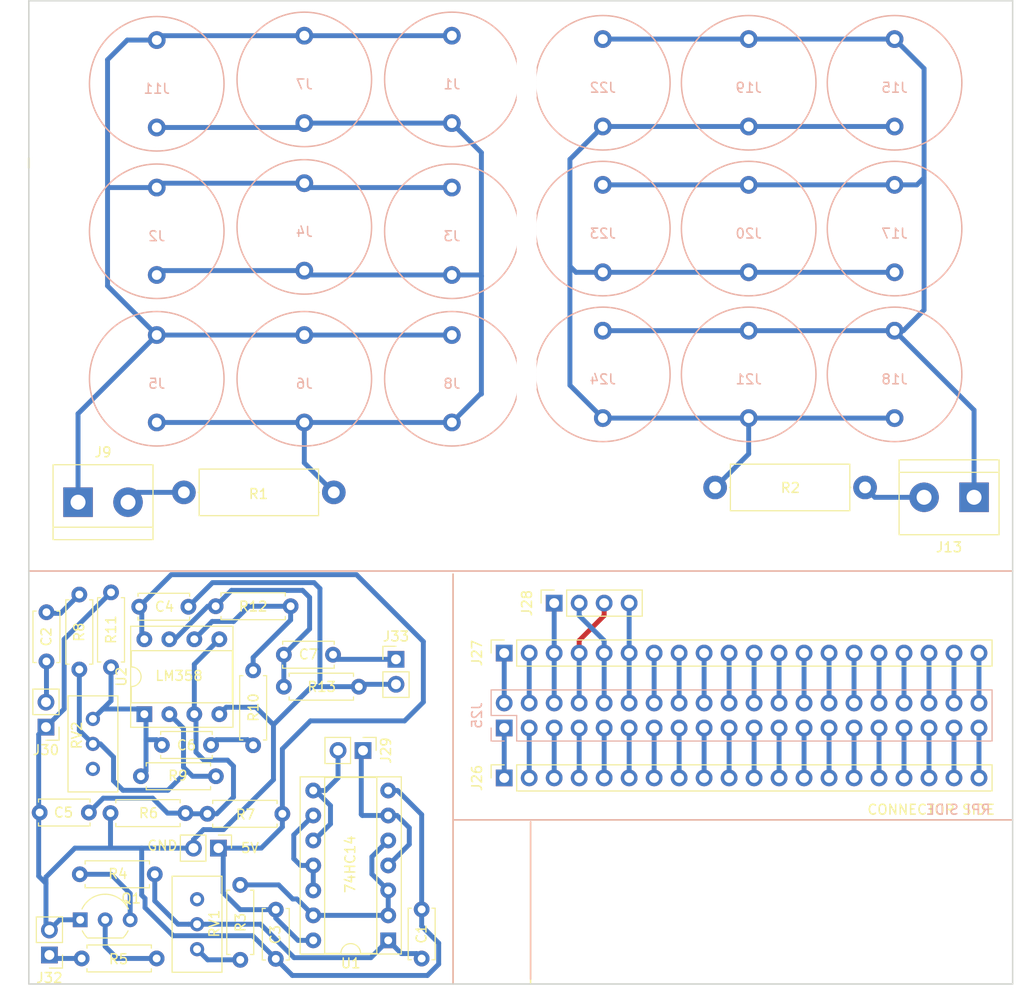
<source format=kicad_pcb>
(kicad_pcb (version 20221018) (generator pcbnew)
  (layers (0 "F.Cu" signal) (31 "B.Cu" signal) (34 "B.Paste" user) (35 "F.Paste" user) (36 "B.SilkS" user "B.Silkscreen") (37 "F.SilkS" user "F.Silkscreen") (38 "B.Mask" user) (39 "F.Mask" user) (44 "Edge.Cuts" user))
  (net 0 "")
  (net 1 "Net-(J13-Pin_1)")
  (net 2 "Net-(J13-Pin_2)")
  (net 3 "Net-(J9-Pin_2)")
  (net 4 "Net-(J15-Pin_2)")
  (net 5 "Net-(J1-Pin_1)")
  (net 6 "Net-(J1-Pin_2)")
  (net 7 "Net-(J25-Pin_1)")
  (net 8 "Net-(J25-Pin_2)")
  (net 9 "Net-(J25-Pin_3)")
  (net 10 "Net-(J25-Pin_4)")
  (net 11 "Net-(J25-Pin_5)")
  (net 12 "Net-(J25-Pin_6)")
  (net 13 "Net-(J25-Pin_7)")
  (net 14 "Net-(J25-Pin_8)")
  (net 15 "Net-(J25-Pin_9)")
  (net 16 "Net-(J25-Pin_10)")
  (net 17 "Net-(J25-Pin_11)")
  (net 18 "Net-(J25-Pin_12)")
  (net 19 "Net-(J25-Pin_13)")
  (net 20 "Net-(J25-Pin_14)")
  (net 21 "Net-(J25-Pin_15)")
  (net 22 "Net-(J25-Pin_16)")
  (net 23 "Net-(J25-Pin_17)")
  (net 24 "Net-(J25-Pin_18)")
  (net 25 "Net-(J25-Pin_19)")
  (net 26 "Net-(J25-Pin_20)")
  (net 27 "Net-(J25-Pin_21)")
  (net 28 "Net-(J25-Pin_22)")
  (net 29 "Net-(J25-Pin_23)")
  (net 30 "Net-(J25-Pin_24)")
  (net 31 "Net-(J25-Pin_25)")
  (net 32 "Net-(J25-Pin_26)")
  (net 33 "Net-(J25-Pin_27)")
  (net 34 "Net-(J25-Pin_28)")
  (net 35 "Net-(J25-Pin_29)")
  (net 36 "Net-(J25-Pin_30)")
  (net 37 "Net-(J25-Pin_31)")
  (net 38 "Net-(J25-Pin_32)")
  (net 39 "Net-(J25-Pin_33)")
  (net 40 "Net-(J25-Pin_34)")
  (net 41 "Net-(J25-Pin_35)")
  (net 42 "Net-(J25-Pin_36)")
  (net 43 "Net-(J25-Pin_37)")
  (net 44 "Net-(J25-Pin_38)")
  (net 45 "Net-(J25-Pin_39)")
  (net 46 "Net-(J25-Pin_40)")
  (net 47 "Net-(C1-Pad1)")
  (net 48 "GND")
  (net 49 "Net-(J30-Pin_2)")
  (net 50 "Net-(C2-Pad2)")
  (net 51 "+5V")
  (net 52 "Net-(C6-Pad1)")
  (net 53 "Net-(C6-Pad2)")
  (net 54 "Net-(C7-Pad1)")
  (net 55 "Net-(J33-Pin_1)")
  (net 56 "Net-(J29-Pin_1)")
  (net 57 "Net-(J29-Pin_2)")
  (net 58 "Net-(J32-Pin_1)")
  (net 59 "Net-(Q1-B)")
  (net 60 "Net-(Q1-C)")
  (net 61 "Net-(R3-Pad1)")
  (net 62 "Net-(R3-Pad2)")
  (net 65 "Net-(U1-Pad11)")
  (net 66 "Net-(U2A-+)")
  (net 67 "Net-(U2A--)")
  (net 68 "Net-(U2B--)")
  (footprint "TerminalBlock:TerminalBlock_bornier-2_P5.08mm" (layer "F.Cu") (at 35 81)
    (fp_text reference "J9")
    (fp_text value "Conn_01x02")
  )
  (footprint "AdapterBoard:BlankMountingHole3.2" (layer "F.Cu") (at 34 45)
    (fp_text reference "J10")
    (fp_text value "Conn_01x01")
  )
  (footprint "AdapterBoard:BlankMountingHole3.2" (layer "F.Cu") (at 34 61.5)
    (fp_text reference "J12")
    (fp_text value "Conn_01x01")
  )
  (footprint "TerminalBlock:TerminalBlock_bornier-2_P5.08mm" (layer "F.Cu") (at 126.08 80.5 180)
    (fp_text reference "J13")
    (fp_text value "Conn_01x02")
  )
  (footprint "AdapterBoard:BlankMountingHole3.2" (layer "F.Cu") (at 126.5 45)
    (fp_text reference "J14")
    (fp_text value "Conn_01x01")
  )
  (footprint "AdapterBoard:BlankMountingHole3.2" (layer "F.Cu") (at 126.5 61.5)
    (fp_text reference "J16")
    (fp_text value "Conn_01x01")
  )
  (footprint "Resistor_THT:R_Axial_DIN0207_L6.3mm_D2.5mm_P7.62mm_Horizontal" (layer "F.Cu") (at 48.99 91.58)
    (fp_text reference "R12")
    (fp_text value "10k")
  )
  (footprint "Connector_PinHeader_2.54mm:PinHeader_1x02_P2.54mm_Vertical" (layer "F.Cu") (at 49.27 116.18 -90)
    (fp_text reference "J31" hide)
    (fp_text value "Conn_01x02")
  )
  (footprint "Package_TO_SOT_THT:TO-92_Inline_Wide" (layer "F.Cu") (at 35.22 123.47)
    (fp_text reference "Q1")
    (fp_text value "2N3904")
  )
  (footprint "Resistor_THT:R_Axial_DIN0414_L11.9mm_D4.5mm_P15.24mm_Horizontal" (layer "F.Cu") (at 45.76 80)
    (fp_text reference "R1")
    (fp_text value "100R")
  )
  (footprint "Connector_PinHeader_2.54mm:PinHeader_1x02_P2.54mm_Vertical" (layer "F.Cu") (at 67.32 96.98)
    (fp_text reference "J33")
    (fp_text value "Conn_01x02")
  )
  (footprint "Resistor_THT:R_Axial_DIN0207_L6.3mm_D2.5mm_P7.62mm_Horizontal" (layer "F.Cu") (at 55.92 99.76)
    (fp_text reference "R13")
    (fp_text value "1k")
  )
  (footprint "Resistor_THT:R_Axial_DIN0207_L6.3mm_D2.5mm_P7.62mm_Horizontal" (layer "F.Cu") (at 41.39 108.87)
    (fp_text reference "R9")
    (fp_text value "10k")
  )
  (footprint "Connector_PinSocket_2.54mm:PinSocket_1x20_P2.54mm_Vertical" (layer "F.Cu") (at 78.32 109.04 90)
    (fp_text reference "J26")
    (fp_text value "Conn_01x20")
  )
  (footprint "Capacitor_THT:C_Disc_D5.0mm_W2.5mm_P5.00mm" (layer "F.Cu") (at 69.93 127.41 90)
    (fp_text reference "C1")
    (fp_text value "1000 pF")
  )
  (footprint "Capacitor_THT:C_Disc_D5.0mm_W2.5mm_P5.00mm" (layer "F.Cu") (at 41.22 91.63)
    (fp_text reference "C4")
    (fp_text value "100 nF")
  )
  (footprint "Resistor_THT:R_Axial_DIN0207_L6.3mm_D2.5mm_P7.62mm_Horizontal" (layer "F.Cu") (at 38.354 97.79 90)
    (fp_text reference "R11")
    (fp_text value "1k")
  )
  (footprint "Connector_PinSocket_2.54mm:PinSocket_1x04_P2.54mm_Vertical" (layer "F.Cu") (at 83.4 91.26 90)
    (fp_text reference "J28")
    (fp_text value "Conn_01x04")
  )
  (footprint "Package_DIP:DIP-14_W7.62mm_Socket" (layer "F.Cu") (at 66.53 125.56 180)
    (fp_text reference "U1")
    (fp_text value "74HC14")
  )
  (footprint "Connector_PinSocket_2.54mm:PinSocket_1x20_P2.54mm_Vertical" (layer "F.Cu") (at 78.32 96.34 90)
    (fp_text reference "J27")
    (fp_text value "Conn_01x20")
  )
  (footprint "Resistor_THT:R_Axial_DIN0207_L6.3mm_D2.5mm_P7.62mm_Horizontal" (layer "F.Cu") (at 45.92 112.62 180)
    (fp_text reference "R6")
    (fp_text value "4k7")
  )
  (footprint "Connector_PinHeader_2.54mm:PinHeader_1x02_P2.54mm_Vertical" (layer "F.Cu") (at 63.97 106.25 -90)
    (fp_text reference "J29")
    (fp_text value "Conn_01x02")
  )
  (footprint "Resistor_THT:R_Axial_DIN0207_L6.3mm_D2.5mm_P7.62mm_Horizontal" (layer "F.Cu") (at 52.8 98.1 -90)
    (fp_text reference "R10")
    (fp_text value "1k")
  )
  (footprint "Capacitor_THT:C_Disc_D5.0mm_W2.5mm_P5.00mm" (layer "F.Cu") (at 55.92 96.51)
    (fp_text reference "C7")
    (fp_text value "100 nF")
  )
  (footprint "Resistor_THT:R_Axial_DIN0207_L6.3mm_D2.5mm_P7.62mm_Horizontal" (layer "F.Cu") (at 51.49 119.92 -90)
    (fp_text reference "R3")
    (fp_text value "4k7")
  )
  (footprint "Package_DIP:DIP-8_W7.62mm_Socket" (layer "F.Cu") (at 41.74 102.56 90)
    (fp_text reference "U2")
    (fp_text value "LM358")
  )
  (footprint "Connector_PinHeader_2.54mm:PinHeader_1x02_P2.54mm_Vertical" (layer "F.Cu") (at 31.74 103.875 180)
    (fp_text reference "J30")
    (fp_text value "Conn_01x02")
  )
  (footprint "Resistor_THT:R_Axial_DIN0414_L11.9mm_D4.5mm_P15.24mm_Horizontal" (layer "F.Cu") (at 115 79.5 180)
    (fp_text reference "R2")
    (fp_text value "100R")
  )
  (footprint "Resistor_THT:R_Axial_DIN0207_L6.3mm_D2.5mm_P7.62mm_Horizontal" (layer "F.Cu") (at 35.37 127.4)
    (fp_text reference "R5")
    (fp_text value "10k")
  )
  (footprint "Resistor_THT:R_Axial_DIN0207_L6.3mm_D2.5mm_P7.62mm_Horizontal" (layer "F.Cu") (at 42.8 118.84 180)
    (fp_text reference "R4")
    (fp_text value "100R")
  )
  (footprint "Capacitor_THT:C_Disc_D5.0mm_W2.5mm_P5.00mm" (layer "F.Cu") (at 31.79 97.19 90)
    (fp_text reference "C2")
    (fp_text value "1000 pF")
  )
  (footprint "Potentiometer_THT:Potentiometer_Bourns_3296W_Vertical" (layer "F.Cu") (at 36.51 103.04 90)
    (fp_text reference "RV2")
    (fp_text value "10k")
  )
  (footprint "Capacitor_THT:C_Disc_D5.0mm_W2.5mm_P5.00mm" (layer "F.Cu") (at 55.1 122.44 -90)
    (fp_text reference "C3")
    (fp_text value "100 nF")
  )
  (footprint "Connector_PinHeader_2.54mm:PinHeader_1x02_P2.54mm_Vertical" (layer "F.Cu") (at 32.09 127.05 180)
    (fp_text reference "J32")
    (fp_text value "Conn_01x02")
  )
  (footprint "Potentiometer_THT:Potentiometer_Bourns_3296W_Vertical" (layer "F.Cu") (at 47.1 126.46 -90)
    (fp_text reference "RV1")
    (fp_text value "10k")
  )
  (footprint "Capacitor_THT:C_Disc_D5.0mm_W2.5mm_P5.00mm" (layer "F.Cu") (at 31.1 112.56)
    (fp_text reference "C5")
    (fp_text value "100 nF")
  )
  (footprint "AdapterBoard:BigSlotSeparator" (layer "F.Cu") (at 80.6 57.6)
    (fp_text reference "H1")
    (fp_text value "MountingHole")
  )
  (footprint "Resistor_THT:R_Axial_DIN0207_L6.3mm_D2.5mm_P7.62mm_Horizontal" (layer "F.Cu") (at 35.13 98.01 90)
    (fp_text reference "R8")
    (fp_text value "1k")
  )
  (footprint "Capacitor_THT:C_Disc_D5.0mm_W2.5mm_P5.00mm" (layer "F.Cu") (at 43.52 105.69)
    (fp_text reference "C6")
    (fp_text value "1000 pF")
  )
  (footprint "Resistor_THT:R_Axial_DIN0207_L6.3mm_D2.5mm_P7.62mm_Horizontal" (layer "F.Cu") (at 55.77 112.69 180)
    (fp_text reference "R7")
    (fp_text value "10k")
  )
  (footprint "AdapterBoard:UltrasoundTransceiver" (layer "B.Cu") (at 43 38.445 180)
    (fp_text reference "J11")
    (fp_text value "Conn_01x02")
  )
  (footprint "AdapterBoard:UltrasoundTransceiver" (layer "B.Cu") (at 103.171682 68 180)
    (fp_text reference "J21")
    (fp_text value "Conn_01x02")
  )
  (footprint "AdapterBoard:UltrasoundTransceiver" (layer "B.Cu") (at 58 38 180)
    (fp_text reference "J7")
    (fp_text value "Conn_01x02")
  )
  (footprint "AdapterBoard:UltrasoundTransceiver" (layer "B.Cu") (at 73 38 180)
    (fp_text reference "J1")
    (fp_text value "Conn_01x02")
  )
  (footprint "AdapterBoard:UltrasoundTransceiver" (layer "B.Cu") (at 43 53.445 180)
    (fp_text reference "J2")
    (fp_text value "Conn_01x02")
  )
  (footprint "AdapterBoard:UltrasoundTransceiver" (layer "B.Cu") (at 103.171682 53.171682 180)
    (fp_text reference "J20")
    (fp_text value "Conn_01x02")
  )
  (footprint "AdapterBoard:UltrasoundTransceiver" (layer "B.Cu") (at 73 53.445 180)
    (fp_text reference "J3")
    (fp_text value "Conn_01x02")
  )
  (footprint "Connector_PinSocket_2.54mm:PinSocket_2x20_P2.54mm_Vertical" (layer "B.Cu") (at 78.32 103.96 -90)
    (fp_text reference "J25")
    (fp_text value "Conn_02x20_Odd_Even")
  )
  (footprint "AdapterBoard:UltrasoundTransceiver" (layer "B.Cu") (at 73 68.445 180)
    (fp_text reference "J8")
    (fp_text value "Conn_01x02")
  )
  (footprint "AdapterBoard:UltrasoundTransceiver" (layer "B.Cu") (at 58 53 180)
    (fp_text reference "J4")
    (fp_text value "Conn_01x02")
  )
  (footprint "AdapterBoard:UltrasoundTransceiver" (layer "B.Cu") (at 88.343364 68 180)
    (fp_text reference "J24")
    (fp_text value "Conn_01x02")
  )
  (footprint "AdapterBoard:UltrasoundTransceiver" (layer "B.Cu") (at 88.343364 38.343364 180)
    (fp_text reference "J22")
    (fp_text value "Conn_01x02")
  )
  (footprint "AdapterBoard:UltrasoundTransceiver" (layer "B.Cu") (at 58 68.445 180)
    (fp_text reference "J6")
    (fp_text value "Conn_01x02")
  )
  (footprint "AdapterBoard:UltrasoundTransceiver" (layer "B.Cu") (at 103.171682 38.343364 180)
    (fp_text reference "J19")
    (fp_text value "Conn_01x02")
  )
  (footprint "AdapterBoard:UltrasoundTransceiver" (layer "B.Cu") (at 118 53.171682 180)
    (fp_text reference "J17")
    (fp_text value "Conn_01x02")
  )
  (footprint "AdapterBoard:UltrasoundTransceiver" (layer "B.Cu") (at 88.343364 53.171682 180)
    (fp_text reference "J23")
    (fp_text value "Conn_01x02")
  )
  (footprint "AdapterBoard:UltrasoundTransceiver" (layer "B.Cu") (at 43 68.445 180)
    (fp_text reference "J5")
    (fp_text value "Conn_01x02")
  )
  (footprint "AdapterBoard:UltrasoundTransceiver" (layer "B.Cu") (at 118 38.343364 180)
    (fp_text reference "J15")
    (fp_text value "Conn_01x02")
  )
  (footprint "AdapterBoard:UltrasoundTransceiver" (layer "B.Cu") (at 118 68 180)
    (fp_text reference "J18")
    (fp_text value "Conn_01x02")
  )
  (gr_line (start 73.12 88.31) (end 73.12 130) (stroke (width 0.15)) (layer "B.SilkS"))
  (gr_line (start 81 113.5) (end 81 129.5) (stroke (width 0.15)) (layer "B.SilkS"))
  (gr_line (start 130 88) (end 30 88) (stroke (width 0.15)) (layer "B.SilkS"))
  (gr_line (start 73.12 113.31) (end 130 113.31) (stroke (width 0.15)) (layer "B.SilkS"))
  (gr_line (start 30 88) (end 130 88) (stroke (width 0.15)) (layer "F.SilkS"))
  (gr_line (start 30 47) (end 30 46) (stroke (width 0.2)) (layer "F.SilkS"))
  (gr_line (start 81 113.5) (end 81 130) (stroke (width 0.15)) (layer "F.SilkS"))
  (gr_line (start 73.12 88.31) (end 73.12 130) (stroke (width 0.15)) (layer "F.SilkS"))
  (gr_line (start 130 113.31) (end 73.12 113.31) (stroke (width 0.15)) (layer "F.SilkS"))
  (gr_line (start 130 30) (end 130 130) (stroke (width 0.15)) (layer "Edge.Cuts"))
  (gr_line (start 30 30) (end 130 30) (stroke (width 0.15)) (layer "Edge.Cuts"))
  (gr_line (start 130 130) (end 30 130) (stroke (width 0.15)) (layer "Edge.Cuts"))
  (gr_line (start 30 130) (end 30 30) (stroke (width 0.15)) (layer "Edge.Cuts"))
  (gr_text "RPI SIDE" (at 127.85 112.85) (layer "B.SilkS") (effects (font (size 1 1)) (justify left bottom mirror)))
  (gr_text "GND" (at 41.95 116.51) (layer "F.SilkS") (effects (font (size 1 1)) (justify left bottom)))
  (gr_text "LM358" (at 42.76 99.24) (layer "F.SilkS") (effects (font (size 1 1)) (justify left bottom)))
  (gr_text "74HC14" (at 63.25 120.85 90) (layer "F.SilkS") (effects (font (size 1 1)) (justify left bottom)))
  (gr_text "CONNECTOR SIDE" (at 115.15 112.85) (layer "F.SilkS") (effects (font (size 1 1)) (justify left bottom)))
  (gr_text "5V" (at 51.47 116.75) (layer "F.SilkS") (effects (font (size 1 1)) (justify left bottom)))
  (segment (start 120.273318 48.726682) (end 121 48) (width 0.5) (layer "B.Cu") (net 1))
  (segment (start 103.171682 63.555) (end 118 63.555) (width 0.5) (layer "B.Cu") (net 1))
  (segment (start 118 33.898364) (end 121 36.898364) (width 0.5) (layer "B.Cu") (net 1))
  (segment (start 126.08 80.5) (end 126.08 71.635) (width 0.5) (layer "B.Cu") (net 1))
  (segment (start 118 48.726682) (end 103.171682 48.726682) (width 0.5) (layer "B.Cu") (net 1))
  (segment (start 118 33.898364) (end 103.171682 33.898364) (width 0.5) (layer "B.Cu") (net 1))
  (segment (start 121 48) (end 121 61.445) (width 0.5) (layer "B.Cu") (net 1))
  (segment (start 126.08 71.635) (end 118 63.555) (width 0.5) (layer "B.Cu") (net 1))
  (segment (start 121 61.445) (end 118.89 63.555) (width 0.5) (layer "B.Cu") (net 1))
  (segment (start 103.171682 48.726682) (end 88.343364 48.726682) (width 0.5) (layer "B.Cu") (net 1))
  (segment (start 103.171682 33.898364) (end 88.343364 33.898364) (width 0.5) (layer "B.Cu") (net 1))
  (segment (start 88.343364 63.555) (end 103.171682 63.555) (width 0.5) (layer "B.Cu") (net 1))
  (segment (start 118 48.726682) (end 120.273318 48.726682) (width 0.5) (layer "B.Cu") (net 1))
  (segment (start 121 36.898364) (end 121 48) (width 0.5) (layer "B.Cu") (net 1))
  (segment (start 118.89 63.555) (end 118 63.555) (width 0.5) (layer "B.Cu") (net 1))
  (segment (start 116 80.5) (end 115 79.5) (width 0.5) (layer "B.Cu") (net 2))
  (segment (start 121 80.5) (end 116 80.5) (width 0.5) (layer "B.Cu") (net 2))
  (segment (start 41.08 80) (end 40.08 81) (width 0.5) (layer "B.Cu") (net 3))
  (segment (start 45.76 80) (end 41.08 80) (width 0.5) (layer "B.Cu") (net 3))
  (segment (start 103.171682 72.445) (end 88.343364 72.445) (width 0.5) (layer "B.Cu") (net 4))
  (segment (start 85 46.131728) (end 85 57) (width 0.5) (layer "B.Cu") (net 4))
  (segment (start 118 72.445) (end 103.171682 72.445) (width 0.5) (layer "B.Cu") (net 4))
  (segment (start 85 57) (end 85 69.101636) (width 0.5) (layer "B.Cu") (net 4))
  (segment (start 103.171682 42.788364) (end 88.343364 42.788364) (width 0.5) (layer "B.Cu") (net 4))
  (segment (start 88.343364 57.616682) (end 85.616682 57.616682) (width 0.5) (layer "B.Cu") (net 4))
  (segment (start 85 69.101636) (end 88.343364 72.445) (width 0.5) (layer "B.Cu") (net 4))
  (segment (start 118 57.616682) (end 103.171682 57.616682) (width 0.5) (layer "B.Cu") (net 4))
  (segment (start 88.343364 42.788364) (end 85 46.131728) (width 0.5) (layer "B.Cu") (net 4))
  (segment (start 103.171682 57.616682) (end 88.343364 57.616682) (width 0.5) (layer "B.Cu") (net 4))
  (segment (start 103.171682 76.088318) (end 99.76 79.5) (width 0.5) (layer "B.Cu") (net 4))
  (segment (start 103.171682 72.445) (end 103.171682 76.088318) (width 0.5) (layer "B.Cu") (net 4))
  (segment (start 118 42.788364) (end 103.171682 42.788364) (width 0.5) (layer "B.Cu") (net 4))
  (segment (start 85.616682 57.616682) (end 85 57) (width 0.5) (layer "B.Cu") (net 4))
  (segment (start 35 81) (end 35 72) (width 0.5) (layer "B.Cu") (net 5))
  (segment (start 35 72) (end 43 64) (width 0.5) (layer "B.Cu") (net 5))
  (segment (start 73 33.555) (end 58 33.555) (width 0.5) (layer "B.Cu") (net 5))
  (segment (start 58 64) (end 43 64) (width 0.5) (layer "B.Cu") (net 5))
  (segment (start 73 49) (end 58.445 49) (width 0.5) (layer "B.Cu") (net 5))
  (segment (start 40 34) (end 38 36) (width 0.5) (layer "B.Cu") (net 5))
  (segment (start 38 36) (end 38 49) (width 0.5) (layer "B.Cu") (net 5))
  (segment (start 58.445 49) (end 58 48.555) (width 0.5) (layer "B.Cu") (net 5))
  (segment (start 43 34) (end 40 34) (width 0.5) (layer "B.Cu") (net 5))
  (segment (start 43.445 48.555) (end 43 49) (width 0.5) (layer "B.Cu") (net 5))
  (segment (start 43 49) (end 38 49) (width 0.5) (layer "B.Cu") (net 5))
  (segment (start 58 33.555) (end 43.445 33.555) (width 0.5) (layer "B.Cu") (net 5))
  (segment (start 38 59) (end 43 64) (width 0.5) (layer "B.Cu") (net 5))
  (segment (start 58 48.555) (end 43.445 48.555) (width 0.5) (layer "B.Cu") (net 5))
  (segment (start 38 49) (end 38 59) (width 0.5) (layer "B.Cu") (net 5))
  (segment (start 43.445 33.555) (end 43 34) (width 0.5) (layer "B.Cu") (net 5))
  (segment (start 73 64) (end 58 64) (width 0.5) (layer "B.Cu") (net 5))
  (segment (start 58 72.89) (end 58 77) (width 0.5) (layer "B.Cu") (net 6))
  (segment (start 76 58) (end 76 45.445) (width 0.5) (layer "B.Cu") (net 6))
  (segment (start 58 57.445) (end 43.445 57.445) (width 0.5) (layer "B.Cu") (net 6))
  (segment (start 75.89 57.89) (end 76 58) (width 0.5) (layer "B.Cu") (net 6))
  (segment (start 43.445 57.445) (end 43 57.89) (width 0.5) (layer "B.Cu") (net 6))
  (segment (start 75.89 70) (end 76 70) (width 0.5) (layer "B.Cu") (net 6))
  (segment (start 57.555 42.89) (end 58 42.445) (width 0.5) (layer "B.Cu") (net 6))
  (segment (start 73 57.89) (end 58.445 57.89) (width 0.5) (layer "B.Cu") (net 6))
  (segment (start 58 77) (end 61 80) (width 0.5) (layer "B.Cu") (net 6))
  (segment (start 73 42.445) (end 58 42.445) (width 0.5) (layer "B.Cu") (net 6))
  (segment (start 73 57.89) (end 75.89 57.89) (width 0.5) (layer "B.Cu") (net 6))
  (segment (start 76 70) (end 76 58) (width 0.5) (layer "B.Cu") (net 6))
  (segment (start 58 72.89) (end 43 72.89) (width 0.5) (layer "B.Cu") (net 6))
  (segment (start 58.445 57.89) (end 58 57.445) (width 0.5) (layer "B.Cu") (net 6))
  (segment (start 73 72.89) (end 58 72.89) (width 0.5) (layer "B.Cu") (net 6))
  (segment (start 76 45.445) (end 73 42.445) (width 0.5) (layer "B.Cu") (net 6))
  (segment (start 73 72.89) (end 75.89 70) (width 0.5) (layer "B.Cu") (net 6))
  (segment (start 43 42.89) (end 57.555 42.89) (width 0.5) (layer "B.Cu") (net 6))
  (segment (start 78.32 103.96) (end 78.32 109.04) (width 0.5) (layer "B.Cu") (net 7))
  (segment (start 78.32 101.42) (end 78.32 96.34) (width 0.5) (layer "B.Cu") (net 8))
  (segment (start 80.86 103.96) (end 80.86 109.04) (width 0.5) (layer "B.Cu") (net 9))
  (segment (start 80.86 101.42) (end 80.86 96.34) (width 0.5) (layer "B.Cu") (net 10))
  (segment (start 83.4 103.96) (end 83.4 109.04) (width 0.5) (layer "B.Cu") (net 11))
  (segment (start 83.4 96.34) (end 83.4 91.26) (width 0.5) (layer "B.Cu") (net 12))
  (segment (start 83.4 101.42) (end 83.4 96.34) (width 0.5) (layer "B.Cu") (net 12))
  (segment (start 85.94 103.96) (end 85.94 109.04) (width 0.5) (layer "B.Cu") (net 13))
  (segment (start 85.94 95.07) (end 88.48 92.53) (width 0.5) (layer "F.Cu") (net 14))
  (segment (start 88.48 92.53) (end 88.48 91.26) (width 0.5) (layer "F.Cu") (net 14))
  (segment (start 85.94 96.34) (end 85.94 95.07) (width 0.5) (layer "F.Cu") (net 14))
  (segment (start 85.94 96.34) (end 85.94 101.42) (width 0.5) (layer "B.Cu") (net 14))
  (segment (start 88.48 103.96) (end 88.48 109.04) (width 0.5) (layer "B.Cu") (net 15))
  (segment (start 88.48 96.34) (end 88.48 101.42) (width 0.5) (layer "B.Cu") (net 16))
  (segment (start 88.48 95.07) (end 88.48 96.34) (width 0.5) (layer "B.Cu") (net 16))
  (segment (start 85.94 91.26) (end 85.94 92.53) (width 0.5) (layer "B.Cu") (net 16))
  (segment (start 85.94 92.53) (end 88.48 95.07) (width 0.5) (layer "B.Cu") (net 16))
  (segment (start 91.02 103.96) (end 91.02 109.04) (width 0.5) (layer "B.Cu") (net 17))
  (segment (start 91.02 96.34) (end 91.02 101.42) (width 0.5) (layer "B.Cu") (net 18))
  (segment (start 91.02 96.34) (end 91.02 91.26) (width 0.5) (layer "B.Cu") (net 18))
  (segment (start 93.56 103.96) (end 93.56 109.04) (width 0.5) (layer "B.Cu") (net 19))
  (segment (start 93.56 96.34) (end 93.56 101.42) (width 0.5) (layer "B.Cu") (net 20))
  (segment (start 96.1 103.96) (end 96.1 109.04) (width 0.5) (layer "B.Cu") (net 21))
  (segment (start 96.1 96.34) (end 96.1 101.42) (width 0.5) (layer "B.Cu") (net 22))
  (segment (start 98.64 103.96) (end 98.64 109.04) (width 0.5) (layer "B.Cu") (net 23))
  (segment (start 98.64 101.42) (end 98.64 96.34) (width 0.5) (layer "B.Cu") (net 24))
  (segment (start 101.18 103.96) (end 101.18 109.04) (width 0.5) (layer "B.Cu") (net 25))
  (segment (start 101.18 96.34) (end 101.18 101.42) (width 0.5) (layer "B.Cu") (net 26))
  (segment (start 103.72 103.96) (end 103.72 109.04) (width 0.5) (layer "B.Cu") (net 27))
  (segment (start 103.72 96.34) (end 103.72 101.42) (width 0.5) (layer "B.Cu") (net 28))
  (segment (start 106.26 103.96) (end 106.26 109.04) (width 0.5) (layer "B.Cu") (net 29))
  (segment (start 106.26 96.34) (end 106.26 101.42) (width 0.5) (layer "B.Cu") (net 30))
  (segment (start 108.8 103.96) (end 108.8 109.04) (width 0.5) (layer "B.Cu") (net 31))
  (segment (start 108.8 96.34) (end 108.8 101.42) (width 0.5) (layer "B.Cu") (net 32))
  (segment (start 111.34 103.96) (end 111.34 109.04) (width 0.5) (layer "B.Cu") (net 33))
  (segment (start 111.34 96.34) (end 111.34 101.42) (width 0.5) (layer "B.Cu") (net 34))
  (segment (start 113.88 103.96) (end 113.88 109.04) (width 0.5) (layer "B.Cu") (net 35))
  (segment (start 113.88 96.34) (end 113.88 101.42) (width 0.5) (layer "B.Cu") (net 36))
  (segment (start 116.42 109.04) (end 116.42 103.96) (width 0.5) (layer "B.Cu") (net 37))
  (segment (start 116.42 101.42) (end 116.42 96.34) (width 0.5) (layer "B.Cu") (net 38))
  (segment (start 118.96 103.96) (end 118.96 109.04) (width 0.5) (layer "B.Cu") (net 39))
  (segment (start 118.96 101.42) (end 118.96 96.34) (width 0.5) (layer "B.Cu") (net 40))
  (segment (start 121.5 103.96) (end 121.5 109.04) (width 0.5) (layer "B.Cu") (net 41))
  (segment (start 121.5 96.34) (end 121.5 101.42) (width 0.5) (layer "B.Cu") (net 42))
  (segment (start 124.04 103.96) (end 124.04 109.04) (width 0.5) (layer "B.Cu") (net 43))
  (segment (start 124.04 101.42) (end 124.04 96.34) (width 0.5) (layer "B.Cu") (net 44))
  (segment (start 126.58 103.96) (end 126.58 109.04) (width 0.5) (layer "B.Cu") (net 45))
  (segment (start 126.58 101.42) (end 126.58 96.34) (width 0.5) (layer "B.Cu") (net 46))
  (segment (start 42.8 118.84) (end 42.8 121.55) (width 0.5) (layer "B.Cu") (net 47))
  (segment (start 46.25 123.92) (end 47.1 123.92) (width 0.5) (layer "B.Cu") (net 47))
  (segment (start 66.53 125.56) (end 64.77 127.32) (width 0.5) (layer "B.Cu") (net 47))
  (segment (start 53.56 123.92) (end 47.1 123.92) (width 0.5) (layer "B.Cu") (net 47))
  (segment (start 64.77 127.32) (end 56.96 127.32) (width 0.5) (layer "B.Cu") (net 47))
  (segment (start 56.96 127.32) (end 53.56 123.92) (width 0.5) (layer "B.Cu") (net 47))
  (segment (start 42.8 121.55) (end 45.17 123.92) (width 0.5) (layer "B.Cu") (net 47))
  (segment (start 66.53 125.56) (end 67.875 126.905) (width 0.5) (layer "B.Cu") (net 47))
  (segment (start 45.17 123.92) (end 46.25 123.92) (width 0.5) (layer "B.Cu") (net 47))
  (segment (start 67.875 126.905) (end 69.425 126.905) (width 0.5) (layer "B.Cu") (net 47))
  (segment (start 69.425 126.905) (end 69.93 127.41) (width 0.5) (layer "B.Cu") (net 47))
  (segment (start 56.79 129.13) (end 55.1 127.44) (width 0.5) (layer "B.Cu") (net 48))
  (segment (start 31 112.66) (end 31.1 112.56) (width 0.5) (layer "B.Cu") (net 48))
  (segment (start 31.74 119.77) (end 31.74 124.16) (width 0.5) (layer "B.Cu") (net 48))
  (segment (start 48.67 89.18) (end 46.22 91.63) (width 0.5) (layer "B.Cu") (net 48))
  (segment (start 69.93 122.41) (end 69.93 112.77) (width 0.5) (layer "B.Cu") (net 48))
  (segment (start 41.81 122.24) (end 41.81 121.3) (width 0.5) (layer "B.Cu") (net 48))
  (segment (start 31 119.03) (end 31 112.66) (width 0.5) (layer "B.Cu") (net 48))
  (segment (start 59.59 89.78) (end 58.99 89.18) (width 0.5) (layer "B.Cu") (net 48))
  (segment (start 34.68 116.18) (end 31.74 119.12) (width 0.5) (layer "B.Cu") (net 48))
  (segment (start 58.736 99.76) (end 54.864 103.632) (width 0.5) (layer "B.Cu") (net 48))
  (segment (start 67.32 99.52) (end 63.78 99.52) (width 0.5) (layer "B.Cu") (net 48))
  (segment (start 35.22 123.47) (end 33.13 123.47) (width 0.5) (layer "B.Cu") (net 48))
  (segment (start 49.36 102.56) (end 50.066 101.854) (width 0.5) (layer "B.Cu") (net 48))
  (segment (start 71.66 125.84) (end 71.66 127.98) (width 0.5) (layer "B.Cu") (net 48))
  (segment (start 34.68 116.18) (end 38.25 116.18) (width 0.5) (layer "B.Cu") (net 48))
  (segment (start 33.59 94.934) (end 33.59 102.025) (width 0.5) (layer "B.Cu") (net 48))
  (segment (start 38.25 116.18) (end 41.47 116.18) (width 0.5) (layer "B.Cu") (net 48))
  (segment (start 67.48 110.32) (end 66.53 110.32) (width 0.5) (layer "B.Cu") (net 48))
  (segment (start 31.1 112.56) (end 31 112.46) (width 0.5) (layer "B.Cu") (net 48))
  (segment (start 71.66 127.98) (end 70.51 129.13) (width 0.5) (layer "B.Cu") (net 48))
  (segment (start 41.47 120.96) (end 41.47 116.18) (width 0.5) (layer "B.Cu") (net 48))
  (segment (start 33.59 102.025) (end 31.74 103.875) (width 0.5) (layer "B.Cu") (net 48))
  (segment (start 31.74 119.77) (end 31 119.03) (width 0.5) (layer "B.Cu") (net 48))
  (segment (start 59.59 99.76) (end 58.736 99.76) (width 0.5) (layer "B.Cu") (net 48))
  (segment (start 38.3 112.62) (end 38.3 116.13) (width 0.5) (layer "B.Cu") (net 48))
  (segment (start 69.93 112.77) (end 67.48 110.32) (width 0.5) (layer "B.Cu") (net 48))
  (segment (start 70.51 129.13) (end 56.79 129.13) (width 0.5) (layer "B.Cu") (net 48))
  (segment (start 31.74 119.12) (end 31.74 119.77) (width 0.5) (layer "B.Cu") (net 48))
  (segment (start 59.59 99.76) (end 59.59 89.78) (width 0.5) (layer "B.Cu") (net 48))
  (segment (start 49.784 114.3) (end 47.752 114.3) (width 0.5) (layer "B.Cu") (net 48))
  (segment (start 31 104.615) (end 31.74 103.875) (width 0.5) (layer "B.Cu") (net 48))
  (segment (start 44.66 125.09) (end 41.81 122.24) (width 0.5) (layer "B.Cu") (net 48))
  (segment (start 46.73 115.322) (end 46.73 116.18) (width 0.5) (layer "B.Cu") (net 48))
  (segment (start 55.1 127.44) (end 52.75 125.09) (width 0.5) (layer "B.Cu") (net 48))
  (segment (start 52.75 125.09) (end 44.66 125.09) (width 0.5) (layer "B.Cu") (net 48))
  (segment (start 69.93 122.41) (end 69.93 124.11) (width 0.5) (layer "B.Cu") (net 48))
  (segment (start 50.066 101.854) (end 53.086 101.854) (width 0.5) (layer "B.Cu") (net 48))
  (segment (start 41.47 116.18) (end 46.73 116.18) (width 0.5) (layer "B.Cu") (net 48))
  (segment (start 53.086 101.854) (end 54.864 103.632) (width 0.5) (layer "B.Cu") (net 48))
  (segment (start 38.354 90.17) (end 33.59 94.934) (width 0.5) (layer "B.Cu") (net 48))
  (segment (start 69.93 124.11) (end 71.66 125.84) (width 0.5) (layer "B.Cu") (net 48))
  (segment (start 63.54 99.76) (end 59.59 99.76) (width 0.5) (layer "B.Cu") (net 48))
  (segment (start 38.3 116.13) (end 38.25 116.18) (width 0.5) (layer "B.Cu") (net 48))
  (segment (start 41.81 121.3) (end 41.47 120.96) (width 0.5) (layer "B.Cu") (net 48))
  (segment (start 54.864 109.22) (end 49.784 114.3) (width 0.5) (layer "B.Cu") (net 48))
  (segment (start 31 112.46) (end 31 104.615) (width 0.5) (layer "B.Cu") (net 48))
  (segment (start 63.78 99.52) (end 63.54 99.76) (width 0.5) (layer "B.Cu") (net 48))
  (segment (start 58.99 89.18) (end 48.67 89.18) (width 0.5) (layer "B.Cu") (net 48))
  (segment (start 47.752 114.3) (end 46.73 115.322) (width 0.5) (layer "B.Cu") (net 48))
  (segment (start 33.13 123.47) (end 32.09 124.51) (width 0.5) (layer "B.Cu") (net 48))
  (segment (start 54.864 103.632) (end 54.864 109.22) (width 0.5) (layer "B.Cu") (net 48))
  (segment (start 31.74 124.16) (end 32.09 124.51) (width 0.5) (layer "B.Cu") (net 48))
  (segment (start 31.79 101.285) (end 31.74 101.335) (width 0.5) (layer "B.Cu") (net 49))
  (segment (start 31.79 97.19) (end 31.79 101.285) (width 0.5) (layer "B.Cu") (net 49))
  (segment (start 33.22 92.3) (end 31.9 92.3) (width 0.5) (layer "B.Cu") (net 50))
  (segment (start 31.9 92.3) (end 31.79 92.19) (width 0.5) (layer "B.Cu") (net 50))
  (segment (start 35.13 90.39) (end 33.22 92.3) (width 0.5) (layer "B.Cu") (net 50))
  (segment (start 41.482 94.682) (end 41.74 94.94) (width 0.5) (layer "B.Cu") (net 51))
  (segment (start 44.48 88.37) (end 41.22 91.63) (width 0.5) (layer "B.Cu") (net 51))
  (segment (start 49.76 120.72) (end 49.76 116.67) (width 0.5) (layer "B.Cu") (net 51))
  (segment (start 55.77 106.09) (end 58.62 103.24) (width 0.5) (layer "B.Cu") (net 51))
  (segment (start 68.19 103.24) (end 70.1 101.33) (width 0.5) (layer "B.Cu") (net 51))
  (segment (start 55.77 112.69) (end 55.77 106.09) (width 0.5) (layer "B.Cu") (net 51))
  (segment (start 41.482 91.892) (end 41.482 94.682) (width 0.5) (layer "B.Cu") (net 51))
  (segment (start 55.77 112.69) (end 55.77 114.03) (width 0.5) (layer "B.Cu") (net 51))
  (segment (start 51.48 122.44) (end 49.76 120.72) (width 0.5) (layer "B.Cu") (net 51))
  (segment (start 63.3 88.37) (end 44.48 88.37) (width 0.5) (layer "B.Cu") (net 51))
  (segment (start 55.1 123.3) (end 55.1 122.44) (width 0.5) (layer "B.Cu") (net 51))
  (segment (start 70.1 95.17) (end 63.3 88.37) (width 0.5) (layer "B.Cu") (net 51))
  (segment (start 49.76 116.67) (end 49.27 116.18) (width 0.5) (layer "B.Cu") (net 51))
  (segment (start 53.62 116.18) (end 49.27 116.18) (width 0.5) (layer "B.Cu") (net 51))
  (segment (start 57.36 125.56) (end 55.1 123.3) (width 0.5) (layer "B.Cu") (net 51))
  (segment (start 58.91 125.56) (end 57.36 125.56) (width 0.5) (layer "B.Cu") (net 51))
  (segment (start 55.77 114.03) (end 53.62 116.18) (width 0.5) (layer "B.Cu") (net 51))
  (segment (start 41.22 91.63) (end 41.482 91.892) (width 0.5) (layer "B.Cu") (net 51))
  (segment (start 70.1 101.33) (end 70.1 95.17) (width 0.5) (layer "B.Cu") (net 51))
  (segment (start 58.62 103.24) (end 68.19 103.24) (width 0.5) (layer "B.Cu") (net 51))
  (segment (start 55.1 122.44) (end 51.48 122.44) (width 0.5) (layer "B.Cu") (net 51))
  (segment (start 38.354 101.196) (end 36.51 103.04) (width 0.5) (layer "B.Cu") (net 52))
  (segment (start 36.51 103.04) (end 37.52 102.03) (width 0.5) (layer "B.Cu") (net 52))
  (segment (start 41.91 108.35) (end 41.39 108.87) (width 0.5) (layer "B.Cu") (net 52))
  (segment (start 41.91 102.73) (end 41.91 105.156) (width 0.5) (layer "B.Cu") (net 52))
  (segment (start 41.21 102.03) (end 41.74 102.56) (width 0.5) (layer "B.Cu") (net 52))
  (segment (start 41.91 105.156) (end 41.91 108.35) (width 0.5) (layer "B.Cu") (net 52))
  (segment (start 41.74 102.56) (end 41.91 102.73) (width 0.5) (layer "B.Cu") (net 52))
  (segment (start 43.52 105.69) (end 42.986 105.156) (width 0.5) (layer "B.Cu") (net 52))
  (segment (start 38.354 97.79) (end 38.354 101.196) (width 0.5) (layer "B.Cu") (net 52))
  (segment (start 37.52 102.03) (end 41.21 102.03) (width 0.5) (layer "B.Cu") (net 52))
  (segment (start 42.986 105.156) (end 41.91 105.156) (width 0.5) (layer "B.Cu") (net 52))
  (segment (start 49.054 105.156) (end 48.52 105.69) (width 0.5) (layer "B.Cu") (net 53))
  (segment (start 52.8 105.72) (end 52.236 105.156) (width 0.5) (layer "B.Cu") (net 53))
  (segment (start 52.236 105.156) (end 49.054 105.156) (width 0.5) (layer "B.Cu") (net 53))
  (segment (start 48.19 91.58) (end 44.83 94.94) (width 0.5) (layer "B.Cu") (net 54))
  (segment (start 44.83 94.94) (end 44.28 94.94) (width 0.5) (layer "B.Cu") (net 54))
  (segment (start 55.92 96.51) (end 55.92 99.76) (width 0.5) (layer "B.Cu") (net 54))
  (segment (start 58.54 93.89) (end 55.92 96.51) (width 0.5) (layer "B.Cu") (net 54))
  (segment (start 58.54 90.68) (end 58.54 93.89) (width 0.5) (layer "B.Cu") (net 54))
  (segment (start 48.99 91.58) (end 48.19 91.58) (width 0.5) (layer "B.Cu") (net 54))
  (segment (start 57.83 89.97) (end 58.54 90.68) (width 0.5) (layer "B.Cu") (net 54))
  (segment (start 48.99 91.58) (end 50.6 89.97) (width 0.5) (layer "B.Cu") (net 54))
  (segment (start 50.6 89.97) (end 57.83 89.97) (width 0.5) (layer "B.Cu") (net 54))
  (segment (start 61.39 96.98) (end 60.92 96.51) (width 0.5) (layer "B.Cu") (net 55))
  (segment (start 67.32 96.98) (end 61.39 96.98) (width 0.5) (layer "B.Cu") (net 55))
  (segment (start 63.97 106.25) (end 63.79 106.43) (width 0.5) (layer "B.Cu") (net 56))
  (segment (start 63.9 112.86) (end 66.53 112.86) (width 0.5) (layer "B.Cu") (net 56))
  (segment (start 63.79 112.75) (end 63.9 112.86) (width 0.5) (layer "B.Cu") (net 56))
  (segment (start 68.67 114.105) (end 67.425 112.86) (width 0.5) (layer "B.Cu") (net 56))
  (segment (start 63.79 106.43) (end 63.79 112.75) (width 0.5) (layer "B.Cu") (net 56))
  (segment (start 66.53 117.94) (end 68.67 115.8) (width 0.5) (layer "B.Cu") (net 56))
  (segment (start 67.425 112.86) (end 66.53 112.86) (width 0.5) (layer "B.Cu") (net 56))
  (segment (start 68.67 115.8) (end 68.67 114.105) (width 0.5) (layer "B.Cu") (net 56))
  (segment (start 60.66 113.725) (end 60.66 111.855) (width 0.5) (layer "B.Cu") (net 57))
  (segment (start 60.145 110.32) (end 58.91 110.32) (width 0.5) (layer "B.Cu") (net 57))
  (segment (start 61.43 109.035) (end 60.145 110.32) (width 0.5) (layer "B.Cu") (net 57))
  (segment (start 61.43 106.25) (end 61.43 109.035) (width 0.5) (layer "B.Cu") (net 57))
  (segment (start 58.91 115.4) (end 58.985 115.4) (width 0.5) (layer "B.Cu") (net 57))
  (segment (start 58.985 115.4) (end 60.66 113.725) (width 0.5) (layer "B.Cu") (net 57))
  (segment (start 59.125 110.32) (end 58.91 110.32) (width 0.5) (layer "B.Cu") (net 57))
  (segment (start 60.66 111.855) (end 59.125 110.32) (width 0.5) (layer "B.Cu") (net 57))
  (segment (start 32.44 127.4) (end 32.09 127.05) (width 0.5) (layer "B.Cu") (net 58))
  (segment (start 35.37 127.4) (end 32.44 127.4) (width 0.5) (layer "B.Cu") (net 58))
  (segment (start 38.98 127.4) (end 42.99 127.4) (width 0.5) (layer "B.Cu") (net 59))
  (segment (start 37.76 123.47) (end 37.76 126.18) (width 0.5) (layer "B.Cu") (net 59))
  (segment (start 37.76 126.18) (end 38.98 127.4) (width 0.5) (layer "B.Cu") (net 59))
  (segment (start 40.3 120.8) (end 38.34 118.84) (width 0.5) (layer "B.Cu") (net 60))
  (segment (start 38.34 118.84) (end 35.18 118.84) (width 0.5) (layer "B.Cu") (net 60))
  (segment (start 40.3 123.47) (end 40.3 120.8) (width 0.5) (layer "B.Cu") (net 60))
  (segment (start 58.91 123.02) (end 66.53 123.02) (width 0.5) (layer "B.Cu") (net 61))
  (segment (start 57.24 121.35) (end 58.91 123.02) (width 0.5) (layer "B.Cu") (net 61))
  (segment (start 66.53 120.48) (end 64.87 118.82) (width 0.5) (layer "B.Cu") (net 61))
  (segment (start 51.49 119.92) (end 55.39 119.92) (width 0.5) (layer "B.Cu") (net 61))
  (segment (start 64.87 117.06) (end 66.53 115.4) (width 0.5) (layer "B.Cu") (net 61))
  (segment (start 64.87 118.82) (end 64.87 117.06) (width 0.5) (layer "B.Cu") (net 61))
  (segment (start 56.82 121.35) (end 57.24 121.35) (width 0.5) (layer "B.Cu") (net 61))
  (segment (start 55.39 119.92) (end 56.82 121.35) (width 0.5) (layer "B.Cu") (net 61))
  (segment (start 66.53 120.48) (end 66.53 123.02) (width 0.5) (layer "B.Cu") (net 61))
  (segment (start 48.18 127.54) (end 47.1 126.46) (width 0.5) (layer "B.Cu") (net 62))
  (segment (start 51.49 127.54) (end 48.18 127.54) (width 0.5) (layer "B.Cu") (net 62))
  (segment (start 57.615 117.94) (end 56.93 117.255) (width 0.5) (layer "B.Cu") (net 65))
  (segment (start 58.91 120.48) (end 58.91 117.94) (width 0.5) (layer "B.Cu") (net 65))
  (segment (start 58.91 117.94) (end 57.615 117.94) (width 0.5) (layer "B.Cu") (net 65))
  (segment (start 56.93 114.84) (end 58.91 112.86) (width 0.5) (layer "B.Cu") (net 65))
  (segment (start 56.93 117.255) (end 56.93 114.84) (width 0.5) (layer "B.Cu") (net 65))
  (segment (start 50.8 110.998) (end 50.8 107.84) (width 0.5) (layer "B.Cu") (net 66))
  (segment (start 50.19 107.23) (end 47.794 107.23) (width 0.5) (layer "B.Cu") (net 66))
  (segment (start 37.56 111.1) (end 42.58 111.1) (width 0.5) (layer "B.Cu") (net 66))
  (segment (start 45.99 112.69) (end 45.92 112.62) (width 0.5) (layer "B.Cu") (net 66))
  (segment (start 42.58 111.1) (end 44.1 112.62) (width 0.5) (layer "B.Cu") (net 66))
  (segment (start 49.108 112.69) (end 50.8 110.998) (width 0.5) (layer "B.Cu") (net 66))
  (segment (start 47.794 107.23) (end 46.99 106.426) (width 0.5) (layer "B.Cu") (net 66))
  (segment (start 48.15 112.69) (end 49.108 112.69) (width 0.5) (layer "B.Cu") (net 66))
  (segment (start 36.1 112.56) (end 37.56 111.1) (width 0.5) (layer "B.Cu") (net 66))
  (segment (start 46.82 97.48) (end 49.36 94.94) (width 0.5) (layer "B.Cu") (net 66))
  (segment (start 46.99 102.73) (end 46.82 102.56) (width 0.5) (layer "B.Cu") (net 66))
  (segment (start 46.82 102.56) (end 46.82 97.48) (width 0.5) (layer "B.Cu") (net 66))
  (segment (start 46.99 106.426) (end 46.99 102.73) (width 0.5) (layer "B.Cu") (net 66))
  (segment (start 44.1 112.62) (end 45.92 112.62) (width 0.5) (layer "B.Cu") (net 66))
  (segment (start 50.8 107.84) (end 50.19 107.23) (width 0.5) (layer "B.Cu") (net 66))
  (segment (start 48.15 112.69) (end 45.99 112.69) (width 0.5) (layer "B.Cu") (net 66))
  (segment (start 35.13 98.01) (end 35.13 104.2) (width 0.5) (layer "B.Cu") (net 67))
  (segment (start 39.57 110.3) (end 38.608 109.338) (width 0.5) (layer "B.Cu") (net 67))
  (segment (start 46.101 108.331) (end 44.132 110.3) (width 0.5) (layer "B.Cu") (net 67))
  (segment (start 46.101 108.331) (end 45.72 107.95) (width 0.5) (layer "B.Cu") (net 67))
  (segment (start 37.27 105.58) (end 36.51 105.58) (width 0.5) (layer "B.Cu") (net 67))
  (segment (start 35.13 104.2) (end 36.51 105.58) (width 0.5) (layer "B.Cu") (net 67))
  (segment (start 45.72 107.95) (end 45.72 104) (width 0.5) (layer "B.Cu") (net 67))
  (segment (start 49.01 108.87) (end 46.64 108.87) (width 0.5) (layer "B.Cu") (net 67))
  (segment (start 44.132 110.3) (end 39.57 110.3) (width 0.5) (layer "B.Cu") (net 67))
  (segment (start 45.72 104) (end 44.28 102.56) (width 0.5) (layer "B.Cu") (net 67))
  (segment (start 38.608 109.338) (end 38.608 106.918) (width 0.5) (layer "B.Cu") (net 67))
  (segment (start 38.608 106.918) (end 37.27 105.58) (width 0.5) (layer "B.Cu") (net 67))
  (segment (start 46.64 108.87) (end 46.101 108.331) (width 0.5) (layer "B.Cu") (net 67))
  (segment (start 52.36 91.58) (end 56.61 91.58) (width 0.5) (layer "B.Cu") (net 68))
  (segment (start 48.63 93.13) (end 50.81 93.13) (width 0.5) (layer "B.Cu") (net 68))
  (segment (start 46.82 94.94) (end 48.63 93.13) (width 0.5) (layer "B.Cu") (net 68))
  (segment (start 56.61 92.98) (end 52.8 96.79) (width 0.5) (layer "B.Cu") (net 68))
  (segment (start 50.81 93.13) (end 52.36 91.58) (width 0.5) (layer "B.Cu") (net 68))
  (segment (start 56.61 91.58) (end 56.61 92.98) (width 0.5) (layer "B.Cu") (net 68))
  (segment (start 52.8 96.79) (end 52.8 98.1) (width 0.5) (layer "B.Cu") (net 68))
)
</source>
